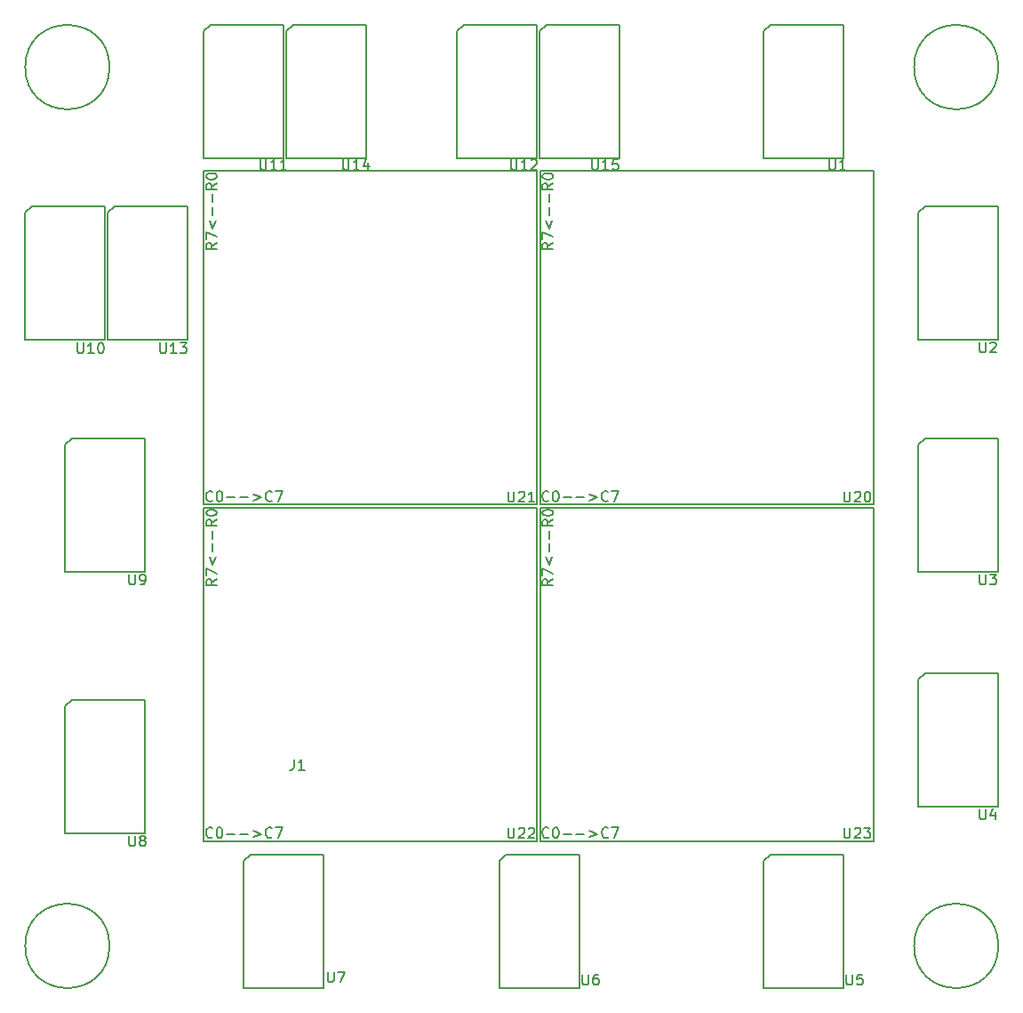
<source format=gbr>
G04 #@! TF.GenerationSoftware,KiCad,Pcbnew,(5.0.0)*
G04 #@! TF.CreationDate,2018-10-04T20:20:06-05:00*
G04 #@! TF.ProjectId,Conventional_Display,436F6E76656E74696F6E616C5F446973,rev?*
G04 #@! TF.SameCoordinates,Original*
G04 #@! TF.FileFunction,Legend,Top*
G04 #@! TF.FilePolarity,Positive*
%FSLAX46Y46*%
G04 Gerber Fmt 4.6, Leading zero omitted, Abs format (unit mm)*
G04 Created by KiCad (PCBNEW (5.0.0)) date 10/04/18 20:20:06*
%MOMM*%
%LPD*%
G01*
G04 APERTURE LIST*
%ADD10C,0.150000*%
G04 APERTURE END LIST*
D10*
G04 #@! TO.C,U21*
X77470000Y-86817200D02*
X77470000Y-55067200D01*
X109220000Y-55067200D02*
X77470000Y-55067200D01*
X109220000Y-86817200D02*
X77470000Y-86817200D01*
X109220000Y-86817200D02*
X109220000Y-55067200D01*
G04 #@! TO.C,REF\002A\002A*
X153156920Y-128823720D02*
G75*
G03X153156920Y-128823720I-4013200J0D01*
G01*
X68483480Y-128823720D02*
G75*
G03X68483480Y-128823720I-4013200J0D01*
G01*
X68483480Y-45166280D02*
G75*
G03X68483480Y-45166280I-4013200J0D01*
G01*
G04 #@! TO.C,U23*
X109501515Y-118846791D02*
X109501515Y-87096791D01*
X141251515Y-87096791D02*
X109501515Y-87096791D01*
X141251515Y-118846791D02*
X109501515Y-118846791D01*
X141251515Y-118846791D02*
X141251515Y-87096791D01*
G04 #@! TO.C,U8*
X64262000Y-106045000D02*
X64262000Y-118110000D01*
X64897000Y-105410000D02*
X71882000Y-105410000D01*
X64262000Y-106045000D02*
X64897000Y-105410000D01*
X71882000Y-118110000D02*
X71882000Y-105410000D01*
X64262000Y-118110000D02*
X71882000Y-118110000D01*
G04 #@! TO.C,U4*
X145542000Y-103505000D02*
X145542000Y-115570000D01*
X146177000Y-102870000D02*
X153162000Y-102870000D01*
X145542000Y-103505000D02*
X146177000Y-102870000D01*
X153162000Y-115570000D02*
X153162000Y-102870000D01*
X145542000Y-115570000D02*
X153162000Y-115570000D01*
G04 #@! TO.C,U20*
X109499400Y-86817200D02*
X109499400Y-55067200D01*
X141249400Y-55067200D02*
X109499400Y-55067200D01*
X141249400Y-86817200D02*
X109499400Y-86817200D01*
X141249400Y-86817200D02*
X141249400Y-55067200D01*
G04 #@! TO.C,U1*
X130810000Y-41783000D02*
X130810000Y-53848000D01*
X131445000Y-41148000D02*
X138430000Y-41148000D01*
X130810000Y-41783000D02*
X131445000Y-41148000D01*
X138430000Y-53848000D02*
X138430000Y-41148000D01*
X130810000Y-53848000D02*
X138430000Y-53848000D01*
G04 #@! TO.C,U2*
X145542000Y-59055000D02*
X145542000Y-71120000D01*
X146177000Y-58420000D02*
X153162000Y-58420000D01*
X145542000Y-59055000D02*
X146177000Y-58420000D01*
X153162000Y-71120000D02*
X153162000Y-58420000D01*
X145542000Y-71120000D02*
X153162000Y-71120000D01*
G04 #@! TO.C,U3*
X145542000Y-81153000D02*
X145542000Y-93218000D01*
X146177000Y-80518000D02*
X153162000Y-80518000D01*
X145542000Y-81153000D02*
X146177000Y-80518000D01*
X153162000Y-93218000D02*
X153162000Y-80518000D01*
X145542000Y-93218000D02*
X153162000Y-93218000D01*
G04 #@! TO.C,U5*
X130810000Y-120777000D02*
X130810000Y-132842000D01*
X131445000Y-120142000D02*
X138430000Y-120142000D01*
X130810000Y-120777000D02*
X131445000Y-120142000D01*
X138430000Y-132842000D02*
X138430000Y-120142000D01*
X130810000Y-132842000D02*
X138430000Y-132842000D01*
G04 #@! TO.C,U6*
X105600500Y-120777000D02*
X105600500Y-132842000D01*
X106235500Y-120142000D02*
X113220500Y-120142000D01*
X105600500Y-120777000D02*
X106235500Y-120142000D01*
X113220500Y-132842000D02*
X113220500Y-120142000D01*
X105600500Y-132842000D02*
X113220500Y-132842000D01*
G04 #@! TO.C,U7*
X81280000Y-120777000D02*
X81280000Y-132842000D01*
X81915000Y-120142000D02*
X88900000Y-120142000D01*
X81280000Y-120777000D02*
X81915000Y-120142000D01*
X88900000Y-132842000D02*
X88900000Y-120142000D01*
X81280000Y-132842000D02*
X88900000Y-132842000D01*
G04 #@! TO.C,U9*
X64262000Y-81153000D02*
X64262000Y-93218000D01*
X64897000Y-80518000D02*
X71882000Y-80518000D01*
X64262000Y-81153000D02*
X64897000Y-80518000D01*
X71882000Y-93218000D02*
X71882000Y-80518000D01*
X64262000Y-93218000D02*
X71882000Y-93218000D01*
G04 #@! TO.C,U10*
X60452000Y-59055000D02*
X60452000Y-71120000D01*
X61087000Y-58420000D02*
X68072000Y-58420000D01*
X60452000Y-59055000D02*
X61087000Y-58420000D01*
X68072000Y-71120000D02*
X68072000Y-58420000D01*
X60452000Y-71120000D02*
X68072000Y-71120000D01*
G04 #@! TO.C,U11*
X77470000Y-41783000D02*
X77470000Y-53848000D01*
X78105000Y-41148000D02*
X85090000Y-41148000D01*
X77470000Y-41783000D02*
X78105000Y-41148000D01*
X85090000Y-53848000D02*
X85090000Y-41148000D01*
X77470000Y-53848000D02*
X85090000Y-53848000D01*
G04 #@! TO.C,U12*
X101600000Y-41783000D02*
X101600000Y-53848000D01*
X102235000Y-41148000D02*
X109220000Y-41148000D01*
X101600000Y-41783000D02*
X102235000Y-41148000D01*
X109220000Y-53848000D02*
X109220000Y-41148000D01*
X101600000Y-53848000D02*
X109220000Y-53848000D01*
G04 #@! TO.C,U13*
X68326000Y-59055000D02*
X68326000Y-71120000D01*
X68961000Y-58420000D02*
X75946000Y-58420000D01*
X68326000Y-59055000D02*
X68961000Y-58420000D01*
X75946000Y-71120000D02*
X75946000Y-58420000D01*
X68326000Y-71120000D02*
X75946000Y-71120000D01*
G04 #@! TO.C,U14*
X85344000Y-41783000D02*
X85344000Y-53848000D01*
X85979000Y-41148000D02*
X92964000Y-41148000D01*
X85344000Y-41783000D02*
X85979000Y-41148000D01*
X92964000Y-53848000D02*
X92964000Y-41148000D01*
X85344000Y-53848000D02*
X92964000Y-53848000D01*
G04 #@! TO.C,U15*
X109474000Y-41783000D02*
X109474000Y-53848000D01*
X110109000Y-41148000D02*
X117094000Y-41148000D01*
X109474000Y-41783000D02*
X110109000Y-41148000D01*
X117094000Y-53848000D02*
X117094000Y-41148000D01*
X109474000Y-53848000D02*
X117094000Y-53848000D01*
G04 #@! TO.C,U22*
X77470000Y-118846600D02*
X77470000Y-87096600D01*
X109220000Y-87096600D02*
X77470000Y-87096600D01*
X109220000Y-118846600D02*
X77470000Y-118846600D01*
X109220000Y-118846600D02*
X109220000Y-87096600D01*
G04 #@! TO.C,REF\002A\002A*
X153156920Y-45166280D02*
G75*
G03X153156920Y-45166280I-4013200J0D01*
G01*
G04 #@! TO.C,U21*
X106457904Y-85558380D02*
X106457904Y-86367904D01*
X106505523Y-86463142D01*
X106553142Y-86510761D01*
X106648380Y-86558380D01*
X106838857Y-86558380D01*
X106934095Y-86510761D01*
X106981714Y-86463142D01*
X107029333Y-86367904D01*
X107029333Y-85558380D01*
X107457904Y-85653619D02*
X107505523Y-85606000D01*
X107600761Y-85558380D01*
X107838857Y-85558380D01*
X107934095Y-85606000D01*
X107981714Y-85653619D01*
X108029333Y-85748857D01*
X108029333Y-85844095D01*
X107981714Y-85986952D01*
X107410285Y-86558380D01*
X108029333Y-86558380D01*
X108981714Y-86558380D02*
X108410285Y-86558380D01*
X108696000Y-86558380D02*
X108696000Y-85558380D01*
X108600761Y-85701238D01*
X108505523Y-85796476D01*
X108410285Y-85844095D01*
X78290585Y-86424851D02*
X78242965Y-86472470D01*
X78100108Y-86520089D01*
X78004870Y-86520089D01*
X77862013Y-86472470D01*
X77766775Y-86377232D01*
X77719156Y-86281994D01*
X77671537Y-86091518D01*
X77671537Y-85948661D01*
X77719156Y-85758185D01*
X77766775Y-85662947D01*
X77862013Y-85567709D01*
X78004870Y-85520089D01*
X78100108Y-85520089D01*
X78242965Y-85567709D01*
X78290585Y-85615328D01*
X78909632Y-85520089D02*
X79004870Y-85520089D01*
X79100108Y-85567709D01*
X79147727Y-85615328D01*
X79195346Y-85710566D01*
X79242965Y-85901042D01*
X79242965Y-86139137D01*
X79195346Y-86329613D01*
X79147727Y-86424851D01*
X79100108Y-86472470D01*
X79004870Y-86520089D01*
X78909632Y-86520089D01*
X78814394Y-86472470D01*
X78766775Y-86424851D01*
X78719156Y-86329613D01*
X78671537Y-86139137D01*
X78671537Y-85901042D01*
X78719156Y-85710566D01*
X78766775Y-85615328D01*
X78814394Y-85567709D01*
X78909632Y-85520089D01*
X79671537Y-86139137D02*
X80433442Y-86139137D01*
X80909632Y-86139137D02*
X81671537Y-86139137D01*
X82147727Y-85853423D02*
X82909632Y-86139137D01*
X82147727Y-86424851D01*
X83957251Y-86424851D02*
X83909632Y-86472470D01*
X83766775Y-86520089D01*
X83671537Y-86520089D01*
X83528680Y-86472470D01*
X83433442Y-86377232D01*
X83385823Y-86281994D01*
X83338204Y-86091518D01*
X83338204Y-85948661D01*
X83385823Y-85758185D01*
X83433442Y-85662947D01*
X83528680Y-85567709D01*
X83671537Y-85520089D01*
X83766775Y-85520089D01*
X83909632Y-85567709D01*
X83957251Y-85615328D01*
X84290585Y-85520089D02*
X84957251Y-85520089D01*
X84528680Y-86520089D01*
X78694965Y-61889709D02*
X78218775Y-62223042D01*
X78694965Y-62461137D02*
X77694965Y-62461137D01*
X77694965Y-62080185D01*
X77742585Y-61984947D01*
X77790204Y-61937328D01*
X77885442Y-61889709D01*
X78028299Y-61889709D01*
X78123537Y-61937328D01*
X78171156Y-61984947D01*
X78218775Y-62080185D01*
X78218775Y-62461137D01*
X77694965Y-61556375D02*
X77694965Y-60889709D01*
X78694965Y-61318280D01*
X78028299Y-59746851D02*
X78314013Y-60508756D01*
X78599727Y-59746851D01*
X78314013Y-59270661D02*
X78314013Y-58508756D01*
X78314013Y-58032566D02*
X78314013Y-57270661D01*
X78694965Y-56223042D02*
X78218775Y-56556375D01*
X78694965Y-56794470D02*
X77694965Y-56794470D01*
X77694965Y-56413518D01*
X77742585Y-56318280D01*
X77790204Y-56270661D01*
X77885442Y-56223042D01*
X78028299Y-56223042D01*
X78123537Y-56270661D01*
X78171156Y-56318280D01*
X78218775Y-56413518D01*
X78218775Y-56794470D01*
X77694965Y-55603994D02*
X77694965Y-55508756D01*
X77742585Y-55413518D01*
X77790204Y-55365899D01*
X77885442Y-55318280D01*
X78075918Y-55270661D01*
X78314013Y-55270661D01*
X78504489Y-55318280D01*
X78599727Y-55365899D01*
X78647346Y-55413518D01*
X78694965Y-55508756D01*
X78694965Y-55603994D01*
X78647346Y-55699232D01*
X78599727Y-55746851D01*
X78504489Y-55794470D01*
X78314013Y-55842089D01*
X78075918Y-55842089D01*
X77885442Y-55794470D01*
X77790204Y-55746851D01*
X77742585Y-55699232D01*
X77694965Y-55603994D01*
G04 #@! TO.C,U23*
X138461904Y-117562380D02*
X138461904Y-118371904D01*
X138509523Y-118467142D01*
X138557142Y-118514761D01*
X138652380Y-118562380D01*
X138842857Y-118562380D01*
X138938095Y-118514761D01*
X138985714Y-118467142D01*
X139033333Y-118371904D01*
X139033333Y-117562380D01*
X139461904Y-117657619D02*
X139509523Y-117610000D01*
X139604761Y-117562380D01*
X139842857Y-117562380D01*
X139938095Y-117610000D01*
X139985714Y-117657619D01*
X140033333Y-117752857D01*
X140033333Y-117848095D01*
X139985714Y-117990952D01*
X139414285Y-118562380D01*
X140033333Y-118562380D01*
X140366666Y-117562380D02*
X140985714Y-117562380D01*
X140652380Y-117943333D01*
X140795238Y-117943333D01*
X140890476Y-117990952D01*
X140938095Y-118038571D01*
X140985714Y-118133809D01*
X140985714Y-118371904D01*
X140938095Y-118467142D01*
X140890476Y-118514761D01*
X140795238Y-118562380D01*
X140509523Y-118562380D01*
X140414285Y-118514761D01*
X140366666Y-118467142D01*
X110322100Y-118454442D02*
X110274480Y-118502061D01*
X110131623Y-118549680D01*
X110036385Y-118549680D01*
X109893528Y-118502061D01*
X109798290Y-118406823D01*
X109750671Y-118311585D01*
X109703052Y-118121109D01*
X109703052Y-117978252D01*
X109750671Y-117787776D01*
X109798290Y-117692538D01*
X109893528Y-117597300D01*
X110036385Y-117549680D01*
X110131623Y-117549680D01*
X110274480Y-117597300D01*
X110322100Y-117644919D01*
X110941147Y-117549680D02*
X111036385Y-117549680D01*
X111131623Y-117597300D01*
X111179242Y-117644919D01*
X111226861Y-117740157D01*
X111274480Y-117930633D01*
X111274480Y-118168728D01*
X111226861Y-118359204D01*
X111179242Y-118454442D01*
X111131623Y-118502061D01*
X111036385Y-118549680D01*
X110941147Y-118549680D01*
X110845909Y-118502061D01*
X110798290Y-118454442D01*
X110750671Y-118359204D01*
X110703052Y-118168728D01*
X110703052Y-117930633D01*
X110750671Y-117740157D01*
X110798290Y-117644919D01*
X110845909Y-117597300D01*
X110941147Y-117549680D01*
X111703052Y-118168728D02*
X112464957Y-118168728D01*
X112941147Y-118168728D02*
X113703052Y-118168728D01*
X114179242Y-117883014D02*
X114941147Y-118168728D01*
X114179242Y-118454442D01*
X115988766Y-118454442D02*
X115941147Y-118502061D01*
X115798290Y-118549680D01*
X115703052Y-118549680D01*
X115560195Y-118502061D01*
X115464957Y-118406823D01*
X115417338Y-118311585D01*
X115369719Y-118121109D01*
X115369719Y-117978252D01*
X115417338Y-117787776D01*
X115464957Y-117692538D01*
X115560195Y-117597300D01*
X115703052Y-117549680D01*
X115798290Y-117549680D01*
X115941147Y-117597300D01*
X115988766Y-117644919D01*
X116322100Y-117549680D02*
X116988766Y-117549680D01*
X116560195Y-118549680D01*
X110726480Y-93919300D02*
X110250290Y-94252633D01*
X110726480Y-94490728D02*
X109726480Y-94490728D01*
X109726480Y-94109776D01*
X109774100Y-94014538D01*
X109821719Y-93966919D01*
X109916957Y-93919300D01*
X110059814Y-93919300D01*
X110155052Y-93966919D01*
X110202671Y-94014538D01*
X110250290Y-94109776D01*
X110250290Y-94490728D01*
X109726480Y-93585966D02*
X109726480Y-92919300D01*
X110726480Y-93347871D01*
X110059814Y-91776442D02*
X110345528Y-92538347D01*
X110631242Y-91776442D01*
X110345528Y-91300252D02*
X110345528Y-90538347D01*
X110345528Y-90062157D02*
X110345528Y-89300252D01*
X110726480Y-88252633D02*
X110250290Y-88585966D01*
X110726480Y-88824061D02*
X109726480Y-88824061D01*
X109726480Y-88443109D01*
X109774100Y-88347871D01*
X109821719Y-88300252D01*
X109916957Y-88252633D01*
X110059814Y-88252633D01*
X110155052Y-88300252D01*
X110202671Y-88347871D01*
X110250290Y-88443109D01*
X110250290Y-88824061D01*
X109726480Y-87633585D02*
X109726480Y-87538347D01*
X109774100Y-87443109D01*
X109821719Y-87395490D01*
X109916957Y-87347871D01*
X110107433Y-87300252D01*
X110345528Y-87300252D01*
X110536004Y-87347871D01*
X110631242Y-87395490D01*
X110678861Y-87443109D01*
X110726480Y-87538347D01*
X110726480Y-87633585D01*
X110678861Y-87728823D01*
X110631242Y-87776442D01*
X110536004Y-87824061D01*
X110345528Y-87871680D01*
X110107433Y-87871680D01*
X109916957Y-87824061D01*
X109821719Y-87776442D01*
X109774100Y-87728823D01*
X109726480Y-87633585D01*
G04 #@! TO.C,U8*
X70358095Y-118324380D02*
X70358095Y-119133904D01*
X70405714Y-119229142D01*
X70453333Y-119276761D01*
X70548571Y-119324380D01*
X70739047Y-119324380D01*
X70834285Y-119276761D01*
X70881904Y-119229142D01*
X70929523Y-119133904D01*
X70929523Y-118324380D01*
X71548571Y-118752952D02*
X71453333Y-118705333D01*
X71405714Y-118657714D01*
X71358095Y-118562476D01*
X71358095Y-118514857D01*
X71405714Y-118419619D01*
X71453333Y-118372000D01*
X71548571Y-118324380D01*
X71739047Y-118324380D01*
X71834285Y-118372000D01*
X71881904Y-118419619D01*
X71929523Y-118514857D01*
X71929523Y-118562476D01*
X71881904Y-118657714D01*
X71834285Y-118705333D01*
X71739047Y-118752952D01*
X71548571Y-118752952D01*
X71453333Y-118800571D01*
X71405714Y-118848190D01*
X71358095Y-118943428D01*
X71358095Y-119133904D01*
X71405714Y-119229142D01*
X71453333Y-119276761D01*
X71548571Y-119324380D01*
X71739047Y-119324380D01*
X71834285Y-119276761D01*
X71881904Y-119229142D01*
X71929523Y-119133904D01*
X71929523Y-118943428D01*
X71881904Y-118848190D01*
X71834285Y-118800571D01*
X71739047Y-118752952D01*
G04 #@! TO.C,U4*
X151384095Y-115784380D02*
X151384095Y-116593904D01*
X151431714Y-116689142D01*
X151479333Y-116736761D01*
X151574571Y-116784380D01*
X151765047Y-116784380D01*
X151860285Y-116736761D01*
X151907904Y-116689142D01*
X151955523Y-116593904D01*
X151955523Y-115784380D01*
X152860285Y-116117714D02*
X152860285Y-116784380D01*
X152622190Y-115736761D02*
X152384095Y-116451047D01*
X153003142Y-116451047D01*
G04 #@! TO.C,U20*
X138461904Y-85558380D02*
X138461904Y-86367904D01*
X138509523Y-86463142D01*
X138557142Y-86510761D01*
X138652380Y-86558380D01*
X138842857Y-86558380D01*
X138938095Y-86510761D01*
X138985714Y-86463142D01*
X139033333Y-86367904D01*
X139033333Y-85558380D01*
X139461904Y-85653619D02*
X139509523Y-85606000D01*
X139604761Y-85558380D01*
X139842857Y-85558380D01*
X139938095Y-85606000D01*
X139985714Y-85653619D01*
X140033333Y-85748857D01*
X140033333Y-85844095D01*
X139985714Y-85986952D01*
X139414285Y-86558380D01*
X140033333Y-86558380D01*
X140652380Y-85558380D02*
X140747619Y-85558380D01*
X140842857Y-85606000D01*
X140890476Y-85653619D01*
X140938095Y-85748857D01*
X140985714Y-85939333D01*
X140985714Y-86177428D01*
X140938095Y-86367904D01*
X140890476Y-86463142D01*
X140842857Y-86510761D01*
X140747619Y-86558380D01*
X140652380Y-86558380D01*
X140557142Y-86510761D01*
X140509523Y-86463142D01*
X140461904Y-86367904D01*
X140414285Y-86177428D01*
X140414285Y-85939333D01*
X140461904Y-85748857D01*
X140509523Y-85653619D01*
X140557142Y-85606000D01*
X140652380Y-85558380D01*
X110319985Y-86424851D02*
X110272365Y-86472470D01*
X110129508Y-86520089D01*
X110034270Y-86520089D01*
X109891413Y-86472470D01*
X109796175Y-86377232D01*
X109748556Y-86281994D01*
X109700937Y-86091518D01*
X109700937Y-85948661D01*
X109748556Y-85758185D01*
X109796175Y-85662947D01*
X109891413Y-85567709D01*
X110034270Y-85520089D01*
X110129508Y-85520089D01*
X110272365Y-85567709D01*
X110319985Y-85615328D01*
X110939032Y-85520089D02*
X111034270Y-85520089D01*
X111129508Y-85567709D01*
X111177127Y-85615328D01*
X111224746Y-85710566D01*
X111272365Y-85901042D01*
X111272365Y-86139137D01*
X111224746Y-86329613D01*
X111177127Y-86424851D01*
X111129508Y-86472470D01*
X111034270Y-86520089D01*
X110939032Y-86520089D01*
X110843794Y-86472470D01*
X110796175Y-86424851D01*
X110748556Y-86329613D01*
X110700937Y-86139137D01*
X110700937Y-85901042D01*
X110748556Y-85710566D01*
X110796175Y-85615328D01*
X110843794Y-85567709D01*
X110939032Y-85520089D01*
X111700937Y-86139137D02*
X112462842Y-86139137D01*
X112939032Y-86139137D02*
X113700937Y-86139137D01*
X114177127Y-85853423D02*
X114939032Y-86139137D01*
X114177127Y-86424851D01*
X115986651Y-86424851D02*
X115939032Y-86472470D01*
X115796175Y-86520089D01*
X115700937Y-86520089D01*
X115558080Y-86472470D01*
X115462842Y-86377232D01*
X115415223Y-86281994D01*
X115367604Y-86091518D01*
X115367604Y-85948661D01*
X115415223Y-85758185D01*
X115462842Y-85662947D01*
X115558080Y-85567709D01*
X115700937Y-85520089D01*
X115796175Y-85520089D01*
X115939032Y-85567709D01*
X115986651Y-85615328D01*
X116319985Y-85520089D02*
X116986651Y-85520089D01*
X116558080Y-86520089D01*
X110724365Y-61889709D02*
X110248175Y-62223042D01*
X110724365Y-62461137D02*
X109724365Y-62461137D01*
X109724365Y-62080185D01*
X109771985Y-61984947D01*
X109819604Y-61937328D01*
X109914842Y-61889709D01*
X110057699Y-61889709D01*
X110152937Y-61937328D01*
X110200556Y-61984947D01*
X110248175Y-62080185D01*
X110248175Y-62461137D01*
X109724365Y-61556375D02*
X109724365Y-60889709D01*
X110724365Y-61318280D01*
X110057699Y-59746851D02*
X110343413Y-60508756D01*
X110629127Y-59746851D01*
X110343413Y-59270661D02*
X110343413Y-58508756D01*
X110343413Y-58032566D02*
X110343413Y-57270661D01*
X110724365Y-56223042D02*
X110248175Y-56556375D01*
X110724365Y-56794470D02*
X109724365Y-56794470D01*
X109724365Y-56413518D01*
X109771985Y-56318280D01*
X109819604Y-56270661D01*
X109914842Y-56223042D01*
X110057699Y-56223042D01*
X110152937Y-56270661D01*
X110200556Y-56318280D01*
X110248175Y-56413518D01*
X110248175Y-56794470D01*
X109724365Y-55603994D02*
X109724365Y-55508756D01*
X109771985Y-55413518D01*
X109819604Y-55365899D01*
X109914842Y-55318280D01*
X110105318Y-55270661D01*
X110343413Y-55270661D01*
X110533889Y-55318280D01*
X110629127Y-55365899D01*
X110676746Y-55413518D01*
X110724365Y-55508756D01*
X110724365Y-55603994D01*
X110676746Y-55699232D01*
X110629127Y-55746851D01*
X110533889Y-55794470D01*
X110343413Y-55842089D01*
X110105318Y-55842089D01*
X109914842Y-55794470D01*
X109819604Y-55746851D01*
X109771985Y-55699232D01*
X109724365Y-55603994D01*
G04 #@! TO.C,U1*
X137033095Y-53935380D02*
X137033095Y-54744904D01*
X137080714Y-54840142D01*
X137128333Y-54887761D01*
X137223571Y-54935380D01*
X137414047Y-54935380D01*
X137509285Y-54887761D01*
X137556904Y-54840142D01*
X137604523Y-54744904D01*
X137604523Y-53935380D01*
X138604523Y-54935380D02*
X138033095Y-54935380D01*
X138318809Y-54935380D02*
X138318809Y-53935380D01*
X138223571Y-54078238D01*
X138128333Y-54173476D01*
X138033095Y-54221095D01*
G04 #@! TO.C,U2*
X151384095Y-71334380D02*
X151384095Y-72143904D01*
X151431714Y-72239142D01*
X151479333Y-72286761D01*
X151574571Y-72334380D01*
X151765047Y-72334380D01*
X151860285Y-72286761D01*
X151907904Y-72239142D01*
X151955523Y-72143904D01*
X151955523Y-71334380D01*
X152384095Y-71429619D02*
X152431714Y-71382000D01*
X152526952Y-71334380D01*
X152765047Y-71334380D01*
X152860285Y-71382000D01*
X152907904Y-71429619D01*
X152955523Y-71524857D01*
X152955523Y-71620095D01*
X152907904Y-71762952D01*
X152336476Y-72334380D01*
X152955523Y-72334380D01*
G04 #@! TO.C,U3*
X151384095Y-93432380D02*
X151384095Y-94241904D01*
X151431714Y-94337142D01*
X151479333Y-94384761D01*
X151574571Y-94432380D01*
X151765047Y-94432380D01*
X151860285Y-94384761D01*
X151907904Y-94337142D01*
X151955523Y-94241904D01*
X151955523Y-93432380D01*
X152336476Y-93432380D02*
X152955523Y-93432380D01*
X152622190Y-93813333D01*
X152765047Y-93813333D01*
X152860285Y-93860952D01*
X152907904Y-93908571D01*
X152955523Y-94003809D01*
X152955523Y-94241904D01*
X152907904Y-94337142D01*
X152860285Y-94384761D01*
X152765047Y-94432380D01*
X152479333Y-94432380D01*
X152384095Y-94384761D01*
X152336476Y-94337142D01*
G04 #@! TO.C,U5*
X138684095Y-131532380D02*
X138684095Y-132341904D01*
X138731714Y-132437142D01*
X138779333Y-132484761D01*
X138874571Y-132532380D01*
X139065047Y-132532380D01*
X139160285Y-132484761D01*
X139207904Y-132437142D01*
X139255523Y-132341904D01*
X139255523Y-131532380D01*
X140207904Y-131532380D02*
X139731714Y-131532380D01*
X139684095Y-132008571D01*
X139731714Y-131960952D01*
X139826952Y-131913333D01*
X140065047Y-131913333D01*
X140160285Y-131960952D01*
X140207904Y-132008571D01*
X140255523Y-132103809D01*
X140255523Y-132341904D01*
X140207904Y-132437142D01*
X140160285Y-132484761D01*
X140065047Y-132532380D01*
X139826952Y-132532380D01*
X139731714Y-132484761D01*
X139684095Y-132437142D01*
G04 #@! TO.C,U6*
X113538095Y-131532380D02*
X113538095Y-132341904D01*
X113585714Y-132437142D01*
X113633333Y-132484761D01*
X113728571Y-132532380D01*
X113919047Y-132532380D01*
X114014285Y-132484761D01*
X114061904Y-132437142D01*
X114109523Y-132341904D01*
X114109523Y-131532380D01*
X115014285Y-131532380D02*
X114823809Y-131532380D01*
X114728571Y-131580000D01*
X114680952Y-131627619D01*
X114585714Y-131770476D01*
X114538095Y-131960952D01*
X114538095Y-132341904D01*
X114585714Y-132437142D01*
X114633333Y-132484761D01*
X114728571Y-132532380D01*
X114919047Y-132532380D01*
X115014285Y-132484761D01*
X115061904Y-132437142D01*
X115109523Y-132341904D01*
X115109523Y-132103809D01*
X115061904Y-132008571D01*
X115014285Y-131960952D01*
X114919047Y-131913333D01*
X114728571Y-131913333D01*
X114633333Y-131960952D01*
X114585714Y-132008571D01*
X114538095Y-132103809D01*
G04 #@! TO.C,U7*
X89281095Y-131278380D02*
X89281095Y-132087904D01*
X89328714Y-132183142D01*
X89376333Y-132230761D01*
X89471571Y-132278380D01*
X89662047Y-132278380D01*
X89757285Y-132230761D01*
X89804904Y-132183142D01*
X89852523Y-132087904D01*
X89852523Y-131278380D01*
X90233476Y-131278380D02*
X90900142Y-131278380D01*
X90471571Y-132278380D01*
G04 #@! TO.C,U9*
X70358095Y-93432380D02*
X70358095Y-94241904D01*
X70405714Y-94337142D01*
X70453333Y-94384761D01*
X70548571Y-94432380D01*
X70739047Y-94432380D01*
X70834285Y-94384761D01*
X70881904Y-94337142D01*
X70929523Y-94241904D01*
X70929523Y-93432380D01*
X71453333Y-94432380D02*
X71643809Y-94432380D01*
X71739047Y-94384761D01*
X71786666Y-94337142D01*
X71881904Y-94194285D01*
X71929523Y-94003809D01*
X71929523Y-93622857D01*
X71881904Y-93527619D01*
X71834285Y-93480000D01*
X71739047Y-93432380D01*
X71548571Y-93432380D01*
X71453333Y-93480000D01*
X71405714Y-93527619D01*
X71358095Y-93622857D01*
X71358095Y-93860952D01*
X71405714Y-93956190D01*
X71453333Y-94003809D01*
X71548571Y-94051428D01*
X71739047Y-94051428D01*
X71834285Y-94003809D01*
X71881904Y-93956190D01*
X71929523Y-93860952D01*
G04 #@! TO.C,U10*
X65436904Y-71410580D02*
X65436904Y-72220104D01*
X65484523Y-72315342D01*
X65532142Y-72362961D01*
X65627380Y-72410580D01*
X65817857Y-72410580D01*
X65913095Y-72362961D01*
X65960714Y-72315342D01*
X66008333Y-72220104D01*
X66008333Y-71410580D01*
X67008333Y-72410580D02*
X66436904Y-72410580D01*
X66722619Y-72410580D02*
X66722619Y-71410580D01*
X66627380Y-71553438D01*
X66532142Y-71648676D01*
X66436904Y-71696295D01*
X67627380Y-71410580D02*
X67722619Y-71410580D01*
X67817857Y-71458200D01*
X67865476Y-71505819D01*
X67913095Y-71601057D01*
X67960714Y-71791533D01*
X67960714Y-72029628D01*
X67913095Y-72220104D01*
X67865476Y-72315342D01*
X67817857Y-72362961D01*
X67722619Y-72410580D01*
X67627380Y-72410580D01*
X67532142Y-72362961D01*
X67484523Y-72315342D01*
X67436904Y-72220104D01*
X67389285Y-72029628D01*
X67389285Y-71791533D01*
X67436904Y-71601057D01*
X67484523Y-71505819D01*
X67532142Y-71458200D01*
X67627380Y-71410580D01*
G04 #@! TO.C,U11*
X82835904Y-53935380D02*
X82835904Y-54744904D01*
X82883523Y-54840142D01*
X82931142Y-54887761D01*
X83026380Y-54935380D01*
X83216857Y-54935380D01*
X83312095Y-54887761D01*
X83359714Y-54840142D01*
X83407333Y-54744904D01*
X83407333Y-53935380D01*
X84407333Y-54935380D02*
X83835904Y-54935380D01*
X84121619Y-54935380D02*
X84121619Y-53935380D01*
X84026380Y-54078238D01*
X83931142Y-54173476D01*
X83835904Y-54221095D01*
X85359714Y-54935380D02*
X84788285Y-54935380D01*
X85074000Y-54935380D02*
X85074000Y-53935380D01*
X84978761Y-54078238D01*
X84883523Y-54173476D01*
X84788285Y-54221095D01*
G04 #@! TO.C,U12*
X106711904Y-53935380D02*
X106711904Y-54744904D01*
X106759523Y-54840142D01*
X106807142Y-54887761D01*
X106902380Y-54935380D01*
X107092857Y-54935380D01*
X107188095Y-54887761D01*
X107235714Y-54840142D01*
X107283333Y-54744904D01*
X107283333Y-53935380D01*
X108283333Y-54935380D02*
X107711904Y-54935380D01*
X107997619Y-54935380D02*
X107997619Y-53935380D01*
X107902380Y-54078238D01*
X107807142Y-54173476D01*
X107711904Y-54221095D01*
X108664285Y-54030619D02*
X108711904Y-53983000D01*
X108807142Y-53935380D01*
X109045238Y-53935380D01*
X109140476Y-53983000D01*
X109188095Y-54030619D01*
X109235714Y-54125857D01*
X109235714Y-54221095D01*
X109188095Y-54363952D01*
X108616666Y-54935380D01*
X109235714Y-54935380D01*
G04 #@! TO.C,U13*
X73310904Y-71410580D02*
X73310904Y-72220104D01*
X73358523Y-72315342D01*
X73406142Y-72362961D01*
X73501380Y-72410580D01*
X73691857Y-72410580D01*
X73787095Y-72362961D01*
X73834714Y-72315342D01*
X73882333Y-72220104D01*
X73882333Y-71410580D01*
X74882333Y-72410580D02*
X74310904Y-72410580D01*
X74596619Y-72410580D02*
X74596619Y-71410580D01*
X74501380Y-71553438D01*
X74406142Y-71648676D01*
X74310904Y-71696295D01*
X75215666Y-71410580D02*
X75834714Y-71410580D01*
X75501380Y-71791533D01*
X75644238Y-71791533D01*
X75739476Y-71839152D01*
X75787095Y-71886771D01*
X75834714Y-71982009D01*
X75834714Y-72220104D01*
X75787095Y-72315342D01*
X75739476Y-72362961D01*
X75644238Y-72410580D01*
X75358523Y-72410580D01*
X75263285Y-72362961D01*
X75215666Y-72315342D01*
G04 #@! TO.C,U14*
X90709904Y-53935380D02*
X90709904Y-54744904D01*
X90757523Y-54840142D01*
X90805142Y-54887761D01*
X90900380Y-54935380D01*
X91090857Y-54935380D01*
X91186095Y-54887761D01*
X91233714Y-54840142D01*
X91281333Y-54744904D01*
X91281333Y-53935380D01*
X92281333Y-54935380D02*
X91709904Y-54935380D01*
X91995619Y-54935380D02*
X91995619Y-53935380D01*
X91900380Y-54078238D01*
X91805142Y-54173476D01*
X91709904Y-54221095D01*
X93138476Y-54268714D02*
X93138476Y-54935380D01*
X92900380Y-53887761D02*
X92662285Y-54602047D01*
X93281333Y-54602047D01*
G04 #@! TO.C,U15*
X114458904Y-53935380D02*
X114458904Y-54744904D01*
X114506523Y-54840142D01*
X114554142Y-54887761D01*
X114649380Y-54935380D01*
X114839857Y-54935380D01*
X114935095Y-54887761D01*
X114982714Y-54840142D01*
X115030333Y-54744904D01*
X115030333Y-53935380D01*
X116030333Y-54935380D02*
X115458904Y-54935380D01*
X115744619Y-54935380D02*
X115744619Y-53935380D01*
X115649380Y-54078238D01*
X115554142Y-54173476D01*
X115458904Y-54221095D01*
X116935095Y-53935380D02*
X116458904Y-53935380D01*
X116411285Y-54411571D01*
X116458904Y-54363952D01*
X116554142Y-54316333D01*
X116792238Y-54316333D01*
X116887476Y-54363952D01*
X116935095Y-54411571D01*
X116982714Y-54506809D01*
X116982714Y-54744904D01*
X116935095Y-54840142D01*
X116887476Y-54887761D01*
X116792238Y-54935380D01*
X116554142Y-54935380D01*
X116458904Y-54887761D01*
X116411285Y-54840142D01*
G04 #@! TO.C,U22*
X106457904Y-117562380D02*
X106457904Y-118371904D01*
X106505523Y-118467142D01*
X106553142Y-118514761D01*
X106648380Y-118562380D01*
X106838857Y-118562380D01*
X106934095Y-118514761D01*
X106981714Y-118467142D01*
X107029333Y-118371904D01*
X107029333Y-117562380D01*
X107457904Y-117657619D02*
X107505523Y-117610000D01*
X107600761Y-117562380D01*
X107838857Y-117562380D01*
X107934095Y-117610000D01*
X107981714Y-117657619D01*
X108029333Y-117752857D01*
X108029333Y-117848095D01*
X107981714Y-117990952D01*
X107410285Y-118562380D01*
X108029333Y-118562380D01*
X108410285Y-117657619D02*
X108457904Y-117610000D01*
X108553142Y-117562380D01*
X108791238Y-117562380D01*
X108886476Y-117610000D01*
X108934095Y-117657619D01*
X108981714Y-117752857D01*
X108981714Y-117848095D01*
X108934095Y-117990952D01*
X108362666Y-118562380D01*
X108981714Y-118562380D01*
X78290585Y-118454251D02*
X78242965Y-118501870D01*
X78100108Y-118549489D01*
X78004870Y-118549489D01*
X77862013Y-118501870D01*
X77766775Y-118406632D01*
X77719156Y-118311394D01*
X77671537Y-118120918D01*
X77671537Y-117978061D01*
X77719156Y-117787585D01*
X77766775Y-117692347D01*
X77862013Y-117597109D01*
X78004870Y-117549489D01*
X78100108Y-117549489D01*
X78242965Y-117597109D01*
X78290585Y-117644728D01*
X78909632Y-117549489D02*
X79004870Y-117549489D01*
X79100108Y-117597109D01*
X79147727Y-117644728D01*
X79195346Y-117739966D01*
X79242965Y-117930442D01*
X79242965Y-118168537D01*
X79195346Y-118359013D01*
X79147727Y-118454251D01*
X79100108Y-118501870D01*
X79004870Y-118549489D01*
X78909632Y-118549489D01*
X78814394Y-118501870D01*
X78766775Y-118454251D01*
X78719156Y-118359013D01*
X78671537Y-118168537D01*
X78671537Y-117930442D01*
X78719156Y-117739966D01*
X78766775Y-117644728D01*
X78814394Y-117597109D01*
X78909632Y-117549489D01*
X79671537Y-118168537D02*
X80433442Y-118168537D01*
X80909632Y-118168537D02*
X81671537Y-118168537D01*
X82147727Y-117882823D02*
X82909632Y-118168537D01*
X82147727Y-118454251D01*
X83957251Y-118454251D02*
X83909632Y-118501870D01*
X83766775Y-118549489D01*
X83671537Y-118549489D01*
X83528680Y-118501870D01*
X83433442Y-118406632D01*
X83385823Y-118311394D01*
X83338204Y-118120918D01*
X83338204Y-117978061D01*
X83385823Y-117787585D01*
X83433442Y-117692347D01*
X83528680Y-117597109D01*
X83671537Y-117549489D01*
X83766775Y-117549489D01*
X83909632Y-117597109D01*
X83957251Y-117644728D01*
X84290585Y-117549489D02*
X84957251Y-117549489D01*
X84528680Y-118549489D01*
X78694965Y-93919109D02*
X78218775Y-94252442D01*
X78694965Y-94490537D02*
X77694965Y-94490537D01*
X77694965Y-94109585D01*
X77742585Y-94014347D01*
X77790204Y-93966728D01*
X77885442Y-93919109D01*
X78028299Y-93919109D01*
X78123537Y-93966728D01*
X78171156Y-94014347D01*
X78218775Y-94109585D01*
X78218775Y-94490537D01*
X77694965Y-93585775D02*
X77694965Y-92919109D01*
X78694965Y-93347680D01*
X78028299Y-91776251D02*
X78314013Y-92538156D01*
X78599727Y-91776251D01*
X78314013Y-91300061D02*
X78314013Y-90538156D01*
X78314013Y-90061966D02*
X78314013Y-89300061D01*
X78694965Y-88252442D02*
X78218775Y-88585775D01*
X78694965Y-88823870D02*
X77694965Y-88823870D01*
X77694965Y-88442918D01*
X77742585Y-88347680D01*
X77790204Y-88300061D01*
X77885442Y-88252442D01*
X78028299Y-88252442D01*
X78123537Y-88300061D01*
X78171156Y-88347680D01*
X78218775Y-88442918D01*
X78218775Y-88823870D01*
X77694965Y-87633394D02*
X77694965Y-87538156D01*
X77742585Y-87442918D01*
X77790204Y-87395299D01*
X77885442Y-87347680D01*
X78075918Y-87300061D01*
X78314013Y-87300061D01*
X78504489Y-87347680D01*
X78599727Y-87395299D01*
X78647346Y-87442918D01*
X78694965Y-87538156D01*
X78694965Y-87633394D01*
X78647346Y-87728632D01*
X78599727Y-87776251D01*
X78504489Y-87823870D01*
X78314013Y-87871489D01*
X78075918Y-87871489D01*
X77885442Y-87823870D01*
X77790204Y-87776251D01*
X77742585Y-87728632D01*
X77694965Y-87633394D01*
G04 #@! TO.C,J1*
X86077466Y-111059980D02*
X86077466Y-111774266D01*
X86029847Y-111917123D01*
X85934609Y-112012361D01*
X85791752Y-112059980D01*
X85696514Y-112059980D01*
X87077466Y-112059980D02*
X86506038Y-112059980D01*
X86791752Y-112059980D02*
X86791752Y-111059980D01*
X86696514Y-111202838D01*
X86601276Y-111298076D01*
X86506038Y-111345695D01*
G04 #@! TD*
M02*

</source>
